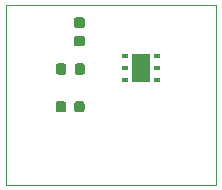
<source format=gbr>
G04 #@! TF.GenerationSoftware,KiCad,Pcbnew,(5.1.4)-1*
G04 #@! TF.CreationDate,2020-05-14T15:58:35+02:00*
G04 #@! TF.ProjectId,sts21,73747332-312e-46b6-9963-61645f706362,rev?*
G04 #@! TF.SameCoordinates,Original*
G04 #@! TF.FileFunction,Paste,Top*
G04 #@! TF.FilePolarity,Positive*
%FSLAX46Y46*%
G04 Gerber Fmt 4.6, Leading zero omitted, Abs format (unit mm)*
G04 Created by KiCad (PCBNEW (5.1.4)-1) date 2020-05-14 15:58:35*
%MOMM*%
%LPD*%
G04 APERTURE LIST*
%ADD10C,0.100000*%
%ADD11R,1.500000X2.400000*%
%ADD12R,0.600000X0.400000*%
%ADD13C,0.875000*%
G04 APERTURE END LIST*
D10*
X122047000Y-92710000D02*
X122047000Y-77470000D01*
X139827000Y-92710000D02*
X122047000Y-92710000D01*
X139827000Y-77470000D02*
X139827000Y-92710000D01*
X122047000Y-77470000D02*
X139827000Y-77470000D01*
D11*
X133477000Y-82804000D03*
D12*
X132127000Y-82804000D03*
X132127000Y-81804000D03*
X132127000Y-83804000D03*
X134827000Y-81804000D03*
X134827000Y-82804000D03*
X134827000Y-83804000D03*
D10*
G36*
X128535691Y-82431553D02*
G01*
X128556926Y-82434703D01*
X128577750Y-82439919D01*
X128597962Y-82447151D01*
X128617368Y-82456330D01*
X128635781Y-82467366D01*
X128653024Y-82480154D01*
X128668930Y-82494570D01*
X128683346Y-82510476D01*
X128696134Y-82527719D01*
X128707170Y-82546132D01*
X128716349Y-82565538D01*
X128723581Y-82585750D01*
X128728797Y-82606574D01*
X128731947Y-82627809D01*
X128733000Y-82649250D01*
X128733000Y-83161750D01*
X128731947Y-83183191D01*
X128728797Y-83204426D01*
X128723581Y-83225250D01*
X128716349Y-83245462D01*
X128707170Y-83264868D01*
X128696134Y-83283281D01*
X128683346Y-83300524D01*
X128668930Y-83316430D01*
X128653024Y-83330846D01*
X128635781Y-83343634D01*
X128617368Y-83354670D01*
X128597962Y-83363849D01*
X128577750Y-83371081D01*
X128556926Y-83376297D01*
X128535691Y-83379447D01*
X128514250Y-83380500D01*
X128076750Y-83380500D01*
X128055309Y-83379447D01*
X128034074Y-83376297D01*
X128013250Y-83371081D01*
X127993038Y-83363849D01*
X127973632Y-83354670D01*
X127955219Y-83343634D01*
X127937976Y-83330846D01*
X127922070Y-83316430D01*
X127907654Y-83300524D01*
X127894866Y-83283281D01*
X127883830Y-83264868D01*
X127874651Y-83245462D01*
X127867419Y-83225250D01*
X127862203Y-83204426D01*
X127859053Y-83183191D01*
X127858000Y-83161750D01*
X127858000Y-82649250D01*
X127859053Y-82627809D01*
X127862203Y-82606574D01*
X127867419Y-82585750D01*
X127874651Y-82565538D01*
X127883830Y-82546132D01*
X127894866Y-82527719D01*
X127907654Y-82510476D01*
X127922070Y-82494570D01*
X127937976Y-82480154D01*
X127955219Y-82467366D01*
X127973632Y-82456330D01*
X127993038Y-82447151D01*
X128013250Y-82439919D01*
X128034074Y-82434703D01*
X128055309Y-82431553D01*
X128076750Y-82430500D01*
X128514250Y-82430500D01*
X128535691Y-82431553D01*
X128535691Y-82431553D01*
G37*
D13*
X128295500Y-82905500D03*
D10*
G36*
X126960691Y-82431553D02*
G01*
X126981926Y-82434703D01*
X127002750Y-82439919D01*
X127022962Y-82447151D01*
X127042368Y-82456330D01*
X127060781Y-82467366D01*
X127078024Y-82480154D01*
X127093930Y-82494570D01*
X127108346Y-82510476D01*
X127121134Y-82527719D01*
X127132170Y-82546132D01*
X127141349Y-82565538D01*
X127148581Y-82585750D01*
X127153797Y-82606574D01*
X127156947Y-82627809D01*
X127158000Y-82649250D01*
X127158000Y-83161750D01*
X127156947Y-83183191D01*
X127153797Y-83204426D01*
X127148581Y-83225250D01*
X127141349Y-83245462D01*
X127132170Y-83264868D01*
X127121134Y-83283281D01*
X127108346Y-83300524D01*
X127093930Y-83316430D01*
X127078024Y-83330846D01*
X127060781Y-83343634D01*
X127042368Y-83354670D01*
X127022962Y-83363849D01*
X127002750Y-83371081D01*
X126981926Y-83376297D01*
X126960691Y-83379447D01*
X126939250Y-83380500D01*
X126501750Y-83380500D01*
X126480309Y-83379447D01*
X126459074Y-83376297D01*
X126438250Y-83371081D01*
X126418038Y-83363849D01*
X126398632Y-83354670D01*
X126380219Y-83343634D01*
X126362976Y-83330846D01*
X126347070Y-83316430D01*
X126332654Y-83300524D01*
X126319866Y-83283281D01*
X126308830Y-83264868D01*
X126299651Y-83245462D01*
X126292419Y-83225250D01*
X126287203Y-83204426D01*
X126284053Y-83183191D01*
X126283000Y-83161750D01*
X126283000Y-82649250D01*
X126284053Y-82627809D01*
X126287203Y-82606574D01*
X126292419Y-82585750D01*
X126299651Y-82565538D01*
X126308830Y-82546132D01*
X126319866Y-82527719D01*
X126332654Y-82510476D01*
X126347070Y-82494570D01*
X126362976Y-82480154D01*
X126380219Y-82467366D01*
X126398632Y-82456330D01*
X126418038Y-82447151D01*
X126438250Y-82439919D01*
X126459074Y-82434703D01*
X126480309Y-82431553D01*
X126501750Y-82430500D01*
X126939250Y-82430500D01*
X126960691Y-82431553D01*
X126960691Y-82431553D01*
G37*
D13*
X126720500Y-82905500D03*
D10*
G36*
X128510191Y-85632053D02*
G01*
X128531426Y-85635203D01*
X128552250Y-85640419D01*
X128572462Y-85647651D01*
X128591868Y-85656830D01*
X128610281Y-85667866D01*
X128627524Y-85680654D01*
X128643430Y-85695070D01*
X128657846Y-85710976D01*
X128670634Y-85728219D01*
X128681670Y-85746632D01*
X128690849Y-85766038D01*
X128698081Y-85786250D01*
X128703297Y-85807074D01*
X128706447Y-85828309D01*
X128707500Y-85849750D01*
X128707500Y-86362250D01*
X128706447Y-86383691D01*
X128703297Y-86404926D01*
X128698081Y-86425750D01*
X128690849Y-86445962D01*
X128681670Y-86465368D01*
X128670634Y-86483781D01*
X128657846Y-86501024D01*
X128643430Y-86516930D01*
X128627524Y-86531346D01*
X128610281Y-86544134D01*
X128591868Y-86555170D01*
X128572462Y-86564349D01*
X128552250Y-86571581D01*
X128531426Y-86576797D01*
X128510191Y-86579947D01*
X128488750Y-86581000D01*
X128051250Y-86581000D01*
X128029809Y-86579947D01*
X128008574Y-86576797D01*
X127987750Y-86571581D01*
X127967538Y-86564349D01*
X127948132Y-86555170D01*
X127929719Y-86544134D01*
X127912476Y-86531346D01*
X127896570Y-86516930D01*
X127882154Y-86501024D01*
X127869366Y-86483781D01*
X127858330Y-86465368D01*
X127849151Y-86445962D01*
X127841919Y-86425750D01*
X127836703Y-86404926D01*
X127833553Y-86383691D01*
X127832500Y-86362250D01*
X127832500Y-85849750D01*
X127833553Y-85828309D01*
X127836703Y-85807074D01*
X127841919Y-85786250D01*
X127849151Y-85766038D01*
X127858330Y-85746632D01*
X127869366Y-85728219D01*
X127882154Y-85710976D01*
X127896570Y-85695070D01*
X127912476Y-85680654D01*
X127929719Y-85667866D01*
X127948132Y-85656830D01*
X127967538Y-85647651D01*
X127987750Y-85640419D01*
X128008574Y-85635203D01*
X128029809Y-85632053D01*
X128051250Y-85631000D01*
X128488750Y-85631000D01*
X128510191Y-85632053D01*
X128510191Y-85632053D01*
G37*
D13*
X128270000Y-86106000D03*
D10*
G36*
X126935191Y-85632053D02*
G01*
X126956426Y-85635203D01*
X126977250Y-85640419D01*
X126997462Y-85647651D01*
X127016868Y-85656830D01*
X127035281Y-85667866D01*
X127052524Y-85680654D01*
X127068430Y-85695070D01*
X127082846Y-85710976D01*
X127095634Y-85728219D01*
X127106670Y-85746632D01*
X127115849Y-85766038D01*
X127123081Y-85786250D01*
X127128297Y-85807074D01*
X127131447Y-85828309D01*
X127132500Y-85849750D01*
X127132500Y-86362250D01*
X127131447Y-86383691D01*
X127128297Y-86404926D01*
X127123081Y-86425750D01*
X127115849Y-86445962D01*
X127106670Y-86465368D01*
X127095634Y-86483781D01*
X127082846Y-86501024D01*
X127068430Y-86516930D01*
X127052524Y-86531346D01*
X127035281Y-86544134D01*
X127016868Y-86555170D01*
X126997462Y-86564349D01*
X126977250Y-86571581D01*
X126956426Y-86576797D01*
X126935191Y-86579947D01*
X126913750Y-86581000D01*
X126476250Y-86581000D01*
X126454809Y-86579947D01*
X126433574Y-86576797D01*
X126412750Y-86571581D01*
X126392538Y-86564349D01*
X126373132Y-86555170D01*
X126354719Y-86544134D01*
X126337476Y-86531346D01*
X126321570Y-86516930D01*
X126307154Y-86501024D01*
X126294366Y-86483781D01*
X126283330Y-86465368D01*
X126274151Y-86445962D01*
X126266919Y-86425750D01*
X126261703Y-86404926D01*
X126258553Y-86383691D01*
X126257500Y-86362250D01*
X126257500Y-85849750D01*
X126258553Y-85828309D01*
X126261703Y-85807074D01*
X126266919Y-85786250D01*
X126274151Y-85766038D01*
X126283330Y-85746632D01*
X126294366Y-85728219D01*
X126307154Y-85710976D01*
X126321570Y-85695070D01*
X126337476Y-85680654D01*
X126354719Y-85667866D01*
X126373132Y-85656830D01*
X126392538Y-85647651D01*
X126412750Y-85640419D01*
X126433574Y-85635203D01*
X126454809Y-85632053D01*
X126476250Y-85631000D01*
X126913750Y-85631000D01*
X126935191Y-85632053D01*
X126935191Y-85632053D01*
G37*
D13*
X126695000Y-86106000D03*
D10*
G36*
X128547691Y-80107053D02*
G01*
X128568926Y-80110203D01*
X128589750Y-80115419D01*
X128609962Y-80122651D01*
X128629368Y-80131830D01*
X128647781Y-80142866D01*
X128665024Y-80155654D01*
X128680930Y-80170070D01*
X128695346Y-80185976D01*
X128708134Y-80203219D01*
X128719170Y-80221632D01*
X128728349Y-80241038D01*
X128735581Y-80261250D01*
X128740797Y-80282074D01*
X128743947Y-80303309D01*
X128745000Y-80324750D01*
X128745000Y-80762250D01*
X128743947Y-80783691D01*
X128740797Y-80804926D01*
X128735581Y-80825750D01*
X128728349Y-80845962D01*
X128719170Y-80865368D01*
X128708134Y-80883781D01*
X128695346Y-80901024D01*
X128680930Y-80916930D01*
X128665024Y-80931346D01*
X128647781Y-80944134D01*
X128629368Y-80955170D01*
X128609962Y-80964349D01*
X128589750Y-80971581D01*
X128568926Y-80976797D01*
X128547691Y-80979947D01*
X128526250Y-80981000D01*
X128013750Y-80981000D01*
X127992309Y-80979947D01*
X127971074Y-80976797D01*
X127950250Y-80971581D01*
X127930038Y-80964349D01*
X127910632Y-80955170D01*
X127892219Y-80944134D01*
X127874976Y-80931346D01*
X127859070Y-80916930D01*
X127844654Y-80901024D01*
X127831866Y-80883781D01*
X127820830Y-80865368D01*
X127811651Y-80845962D01*
X127804419Y-80825750D01*
X127799203Y-80804926D01*
X127796053Y-80783691D01*
X127795000Y-80762250D01*
X127795000Y-80324750D01*
X127796053Y-80303309D01*
X127799203Y-80282074D01*
X127804419Y-80261250D01*
X127811651Y-80241038D01*
X127820830Y-80221632D01*
X127831866Y-80203219D01*
X127844654Y-80185976D01*
X127859070Y-80170070D01*
X127874976Y-80155654D01*
X127892219Y-80142866D01*
X127910632Y-80131830D01*
X127930038Y-80122651D01*
X127950250Y-80115419D01*
X127971074Y-80110203D01*
X127992309Y-80107053D01*
X128013750Y-80106000D01*
X128526250Y-80106000D01*
X128547691Y-80107053D01*
X128547691Y-80107053D01*
G37*
D13*
X128270000Y-80543500D03*
D10*
G36*
X128547691Y-78532053D02*
G01*
X128568926Y-78535203D01*
X128589750Y-78540419D01*
X128609962Y-78547651D01*
X128629368Y-78556830D01*
X128647781Y-78567866D01*
X128665024Y-78580654D01*
X128680930Y-78595070D01*
X128695346Y-78610976D01*
X128708134Y-78628219D01*
X128719170Y-78646632D01*
X128728349Y-78666038D01*
X128735581Y-78686250D01*
X128740797Y-78707074D01*
X128743947Y-78728309D01*
X128745000Y-78749750D01*
X128745000Y-79187250D01*
X128743947Y-79208691D01*
X128740797Y-79229926D01*
X128735581Y-79250750D01*
X128728349Y-79270962D01*
X128719170Y-79290368D01*
X128708134Y-79308781D01*
X128695346Y-79326024D01*
X128680930Y-79341930D01*
X128665024Y-79356346D01*
X128647781Y-79369134D01*
X128629368Y-79380170D01*
X128609962Y-79389349D01*
X128589750Y-79396581D01*
X128568926Y-79401797D01*
X128547691Y-79404947D01*
X128526250Y-79406000D01*
X128013750Y-79406000D01*
X127992309Y-79404947D01*
X127971074Y-79401797D01*
X127950250Y-79396581D01*
X127930038Y-79389349D01*
X127910632Y-79380170D01*
X127892219Y-79369134D01*
X127874976Y-79356346D01*
X127859070Y-79341930D01*
X127844654Y-79326024D01*
X127831866Y-79308781D01*
X127820830Y-79290368D01*
X127811651Y-79270962D01*
X127804419Y-79250750D01*
X127799203Y-79229926D01*
X127796053Y-79208691D01*
X127795000Y-79187250D01*
X127795000Y-78749750D01*
X127796053Y-78728309D01*
X127799203Y-78707074D01*
X127804419Y-78686250D01*
X127811651Y-78666038D01*
X127820830Y-78646632D01*
X127831866Y-78628219D01*
X127844654Y-78610976D01*
X127859070Y-78595070D01*
X127874976Y-78580654D01*
X127892219Y-78567866D01*
X127910632Y-78556830D01*
X127930038Y-78547651D01*
X127950250Y-78540419D01*
X127971074Y-78535203D01*
X127992309Y-78532053D01*
X128013750Y-78531000D01*
X128526250Y-78531000D01*
X128547691Y-78532053D01*
X128547691Y-78532053D01*
G37*
D13*
X128270000Y-78968500D03*
M02*

</source>
